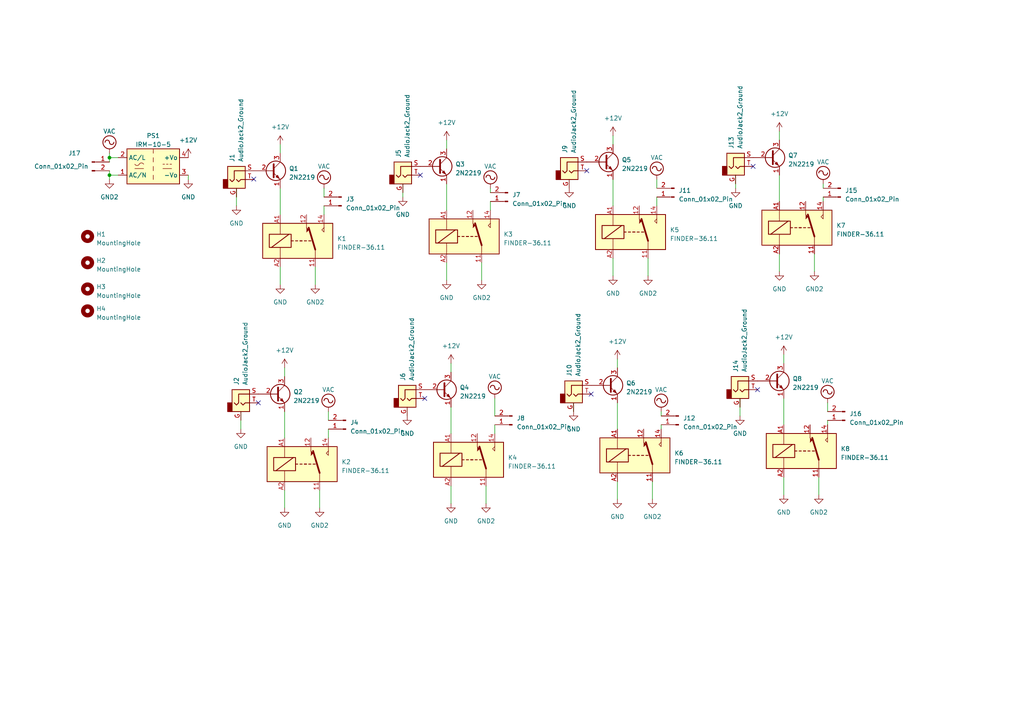
<source format=kicad_sch>
(kicad_sch (version 20230121) (generator eeschema)
  (paper "A4")
  (lib_symbols
    (symbol "Connector:Conn_01x02_Pin" (pin_names (offset 1.016) hide)
      (property "Reference" "J" (at 0 2.54 0))
      (property "Value" "Conn_01x02_Pin" (at 0 -5.08 0))
      (symbol "Conn_01x02_Pin_1_1"
        (polyline (pts (xy 1.27 -2.54) (xy 0.8636 -2.54)) (stroke (width 0.1524)))
        (polyline (pts (xy 1.27 0) (xy 0.8636 0)) (stroke (width 0.1524)))
        (rectangle (start 0.8636 -2.413) (end 0 -2.667) (stroke (width 0.1524)) (fill (type outline)))
        (rectangle (start 0.8636 0.127) (end 0 -0.127) (stroke (width 0.1524)) (fill (type outline)))
        (pin passive line (at 5.08 0 180) (length 3.81) (name "Pin_1") (number "1"))
        (pin passive line (at 5.08 -2.54 180) (length 3.81) (name "Pin_2") (number "2"))
      )
    )
    (symbol "Connector_Audio:AudioJack2_Ground"
      (property "Reference" "J" (at 0 8.89 0))
      (property "Value" "AudioJack2_Ground" (at 0 6.35 0))
      (symbol "AudioJack2_Ground_0_1"
        (rectangle (start -2.54 -2.54) (end -3.81 0) (stroke (width 0.254)) (fill (type outline)))
        (polyline (pts (xy 0 0) (xy 0.635 -0.635) (xy 1.27 0) (xy 2.54 0)) (stroke (width 0.254)))
        (polyline (pts (xy 2.54 2.54) (xy -0.635 2.54) (xy -0.635 0) (xy -1.27 -0.635) (xy -1.905 0)) (stroke (width 0.254)))
        (rectangle (start 2.54 3.81) (end -2.54 -2.54) (stroke (width 0.254)) (fill (type background)))
      )
      (symbol "AudioJack2_Ground_1_1"
        (pin passive line (at 0 -5.08 90) (length 2.54) (name "~") (number "G"))
        (pin passive line (at 5.08 2.54 180) (length 2.54) (name "~") (number "S"))
        (pin passive line (at 5.08 0 180) (length 2.54) (name "~") (number "T"))
      )
    )
    (symbol "Converter_ACDC:IRM-10-5"
      (property "Reference" "PS" (at 0 6.35 0))
      (property "Value" "IRM-10-5" (at 0 -6.35 0))
      (symbol "IRM-10-5_0_1"
        (rectangle (start -7.62 5.08) (end 7.62 -5.08) (stroke (width 0.254)) (fill (type background)))
        (arc (start -5.334 0.635) (mid -4.699 0.2495) (end -4.064 0.635))
        (arc (start -2.794 0.635) (mid -3.429 1.0072) (end -4.064 0.635))
        (polyline (pts (xy -5.334 -0.635) (xy -2.794 -0.635)))
        (polyline (pts (xy 0 -2.54) (xy 0 -3.81)))
        (polyline (pts (xy 0 0) (xy 0 -1.27)))
        (polyline (pts (xy 0 2.54) (xy 0 1.27)))
        (polyline (pts (xy 0 5.08) (xy 0 3.81)))
        (polyline (pts (xy 2.794 -0.635) (xy 5.334 -0.635)))
        (polyline (pts (xy 2.794 0.635) (xy 3.302 0.635)))
        (polyline (pts (xy 3.81 0.635) (xy 4.318 0.635)))
        (polyline (pts (xy 4.826 0.635) (xy 5.334 0.635)))
      )
      (symbol "IRM-10-5_1_1"
        (pin power_in line (at -10.16 -2.54 0) (length 2.54) (name "AC/N") (number "1"))
        (pin power_in line (at -10.16 2.54 0) (length 2.54) (name "AC/L") (number "2"))
        (pin power_out line (at 10.16 -2.54 180) (length 2.54) (name "-Vo") (number "3"))
        (pin power_out line (at 10.16 2.54 180) (length 2.54) (name "+Vo") (number "4"))
      )
    )
    (symbol "Mechanical:MountingHole" (pin_names (offset 1.016))
      (property "Reference" "H" (at 0 5.08 0))
      (property "Value" "MountingHole" (at 0 3.175 0))
      (symbol "MountingHole_0_1"
        (circle (center 0 0) (radius 1.27) (stroke (width 1.27)))
      )
    )
    (symbol "Relay:FINDER-36.11"
      (property "Reference" "K" (at 11.43 3.81 0))
      (property "Value" "FINDER-36.11" (at 11.43 1.27 0))
      (symbol "FINDER-36.11_0_0"
        (polyline (pts (xy 2.54 3.81) (xy 2.54 5.08)))
        (polyline (pts (xy 7.62 3.81) (xy 7.62 5.08)))
        (polyline (pts (xy 7.62 3.81) (xy 7.62 2.54) (xy 6.985 3.175) (xy 7.62 3.81)))
      )
      (symbol "FINDER-36.11_0_1"
        (rectangle (start -10.16 5.08) (end 10.16 -5.08) (stroke (width 0.254)) (fill (type background)))
        (rectangle (start -8.255 1.905) (end -1.905 -1.905) (stroke (width 0.254)))
        (polyline (pts (xy -7.62 -1.905) (xy -2.54 1.905)) (stroke (width 0.254)))
        (polyline (pts (xy -5.08 -5.08) (xy -5.08 -1.905)))
        (polyline (pts (xy -5.08 5.08) (xy -5.08 1.905)))
        (polyline (pts (xy -1.905 0) (xy -1.27 0)) (stroke (width 0.254)))
        (polyline (pts (xy -0.635 0) (xy 0 0)) (stroke (width 0.254)))
        (polyline (pts (xy 0.635 0) (xy 1.27 0)) (stroke (width 0.254)))
        (polyline (pts (xy 0.635 0) (xy 1.27 0)) (stroke (width 0.254)))
        (polyline (pts (xy 1.905 0) (xy 2.54 0)) (stroke (width 0.254)))
        (polyline (pts (xy 3.175 0) (xy 3.81 0)) (stroke (width 0.254)))
        (polyline (pts (xy 5.08 -2.54) (xy 3.175 3.81)) (stroke (width 0.508)))
        (polyline (pts (xy 5.08 -2.54) (xy 5.08 -5.08)))
        (polyline (pts (xy 2.54 2.54) (xy 3.175 3.175) (xy 2.54 3.81)) (fill (type outline)))
      )
      (symbol "FINDER-36.11_1_1"
        (pin passive line (at 5.08 -7.62 90) (length 2.54) (name "~") (number "11"))
        (pin passive line (at 2.54 7.62 270) (length 2.54) (name "~") (number "12"))
        (pin passive line (at 7.62 7.62 270) (length 2.54) (name "~") (number "14"))
        (pin passive line (at -5.08 7.62 270) (length 2.54) (name "~") (number "A1"))
        (pin passive line (at -5.08 -7.62 90) (length 2.54) (name "~") (number "A2"))
      )
    )
    (symbol "Transistor_BJT:2N2219" (pin_names (offset 0) hide)
      (property "Reference" "Q" (at 5.08 1.905 0))
      (property "Value" "2N2219" (at 5.08 0 0))
      (symbol "2N2219_0_1"
        (polyline (pts (xy 0.635 0.635) (xy 2.54 2.54)))
        (polyline (pts (xy 0.635 -0.635) (xy 2.54 -2.54) (xy 2.54 -2.54)))
        (polyline (pts (xy 0.635 1.905) (xy 0.635 -1.905) (xy 0.635 -1.905)) (stroke (width 0.508)))
        (polyline (pts (xy 1.27 -1.778) (xy 1.778 -1.27) (xy 2.286 -2.286) (xy 1.27 -1.778) (xy 1.27 -1.778)) (fill (type outline)))
        (circle (center 1.27 0) (radius 2.8194) (stroke (width 0.254)))
      )
      (symbol "2N2219_1_1"
        (pin passive line (at 2.54 -5.08 90) (length 2.54) (name "E") (number "1"))
        (pin passive line (at -5.08 0 0) (length 5.715) (name "B") (number "2"))
        (pin passive line (at 2.54 5.08 270) (length 2.54) (name "C") (number "3"))
      )
    )
    (symbol "power:+12V" (power) (pin_names (offset 0))
      (property "Value" "+12V" (at 0 3.556 0))
      (symbol "+12V_0_1"
        (polyline (pts (xy -0.762 1.27) (xy 0 2.54)))
        (polyline (pts (xy 0 0) (xy 0 2.54)))
        (polyline (pts (xy 0 2.54) (xy 0.762 1.27)))
      )
      (symbol "+12V_1_1"
        (pin power_in line (at 0 0 90) (length 0) hide (name "+12V") (number "1"))
      )
    )
    (symbol "power:GND" (power) (pin_names (offset 0))
      (property "Value" "GND" (at 0 -3.81 0))
      (symbol "GND_0_1"
        (polyline (pts (xy 0 0) (xy 0 -1.27) (xy 1.27 -1.27) (xy 0 -2.54) (xy -1.27 -1.27) (xy 0 -1.27)))
      )
      (symbol "GND_1_1"
        (pin power_in line (at 0 0 270) (length 0) hide (name "GND") (number "1"))
      )
    )
    (symbol "power:GND2" (power) (pin_names (offset 0))
      (property "Value" "GND2" (at 0 -3.81 0))
      (symbol "GND2_0_1"
        (polyline (pts (xy 0 0) (xy 0 -1.27) (xy 1.27 -1.27) (xy 0 -2.54) (xy -1.27 -1.27) (xy 0 -1.27)))
      )
      (symbol "GND2_1_1"
        (pin power_in line (at 0 0 270) (length 0) hide (name "GND2") (number "1"))
      )
    )
    (symbol "power:VAC" (power) (pin_names (offset 0))
      (property "Value" "VAC" (at 0 6.35 0))
      (symbol "VAC_0_1"
        (polyline (pts (xy 0 0) (xy 0 1.27)))
        (arc (start 0 3.175) (mid -0.635 3.8073) (end -1.27 3.175) (stroke (width 0.254)))
        (arc (start 0 3.175) (mid 0.635 2.5427) (end 1.27 3.175) (stroke (width 0.254)))
        (circle (center 0 3.175) (radius 1.905) (stroke (width 0.254)))
      )
      (symbol "VAC_1_1"
        (pin power_in line (at 0 0 90) (length 0) hide (name "VAC") (number "1"))
      )
    )
  )
  (junction (at 31.75 45.72))
  (junction (at 31.75 50.8))
  (no_connect (at 170.18 49.53))
  (no_connect (at 218.44 48.26))
  (no_connect (at 73.6081 51.9402))
  (no_connect (at 121.92 50.8))
  (no_connect (at 219.71 113.03))
  (no_connect (at 74.93 116.84))
  (no_connect (at 123.19 115.57))
  (no_connect (at 171.45 114.3))
  (wire (pts (xy 227.33 102.87) (xy 227.33 105.41)))
  (wire (pts (xy 82.55 119.38) (xy 82.55 127)))
  (wire (pts (xy 191.77 119.38) (xy 191.77 120.65)))
  (wire (pts (xy 226.06 50.8) (xy 226.06 58.42)))
  (wire (pts (xy 142.24 54.61) (xy 142.24 55.88)))
  (wire (pts (xy 34.29 50.8) (xy 31.75 50.8)))
  (wire (pts (xy 166.37 116.84) (xy 166.37 119.38)))
  (wire (pts (xy 139.7 76.2) (xy 139.7 81.28)))
  (wire (pts (xy 240.03 121.92) (xy 240.03 123.19)))
  (wire (pts (xy 54.61 50.8) (xy 54.61 52.07)))
  (wire (pts (xy 143.51 123.19) (xy 143.51 125.73)))
  (wire (pts (xy 240.03 116.84) (xy 240.03 119.38)))
  (wire (pts (xy 95.25 124.46) (xy 95.25 127)))
  (wire (pts (xy 81.28 54.61) (xy 81.28 62.23)))
  (wire (pts (xy 238.76 53.34) (xy 238.76 54.61)))
  (wire (pts (xy 177.8 39.37) (xy 177.8 41.91)))
  (wire (pts (xy 177.8 52.07) (xy 177.8 59.69)))
  (wire (pts (xy 31.75 44.45) (xy 31.75 45.72)))
  (wire (pts (xy 92.71 142.24) (xy 92.71 147.32)))
  (wire (pts (xy 226.06 38.1) (xy 226.06 40.64)))
  (wire (pts (xy 31.75 50.8) (xy 31.75 52.07)))
  (wire (pts (xy 179.07 104.14) (xy 179.07 106.68)))
  (wire (pts (xy 143.51 115.57) (xy 143.51 120.65)))
  (wire (pts (xy 236.22 73.66) (xy 236.22 78.74)))
  (wire (pts (xy 213.36 50.8) (xy 213.36 54.61)))
  (wire (pts (xy 226.06 78.74) (xy 226.06 73.66)))
  (wire (pts (xy 238.76 57.15) (xy 238.76 58.42)))
  (wire (pts (xy 95.25 119.38) (xy 95.25 121.92)))
  (wire (pts (xy 214.63 115.57) (xy 214.63 120.65)))
  (wire (pts (xy 81.28 41.91) (xy 81.28 44.45)))
  (wire (pts (xy 116.84 53.34) (xy 116.84 57.15)))
  (wire (pts (xy 187.96 74.93) (xy 187.96 80.01)))
  (wire (pts (xy 191.77 123.19) (xy 191.77 124.46)))
  (wire (pts (xy 165.1 52.07) (xy 165.1 54.61)))
  (wire (pts (xy 81.28 82.55) (xy 81.28 77.47)))
  (wire (pts (xy 93.98 59.69) (xy 93.98 62.23)))
  (wire (pts (xy 129.54 40.64) (xy 129.54 43.18)))
  (wire (pts (xy 227.33 115.57) (xy 227.33 123.19)))
  (wire (pts (xy 142.24 58.42) (xy 142.24 60.96)))
  (wire (pts (xy 31.75 45.72) (xy 31.75 46.99)))
  (wire (pts (xy 69.85 119.38) (xy 69.85 124.46)))
  (wire (pts (xy 179.07 116.84) (xy 179.07 124.46)))
  (wire (pts (xy 93.98 54.61) (xy 93.98 57.15)))
  (wire (pts (xy 118.11 118.11) (xy 118.11 120.65)))
  (wire (pts (xy 140.97 140.97) (xy 140.97 146.05)))
  (wire (pts (xy 237.49 138.43) (xy 237.49 143.51)))
  (wire (pts (xy 227.33 143.51) (xy 227.33 138.43)))
  (wire (pts (xy 190.5 57.15) (xy 190.5 59.69)))
  (wire (pts (xy 129.54 81.28) (xy 129.54 76.2)))
  (wire (pts (xy 82.55 106.68) (xy 82.55 109.22)))
  (wire (pts (xy 130.81 118.11) (xy 130.81 125.73)))
  (wire (pts (xy 130.81 146.05) (xy 130.81 140.97)))
  (wire (pts (xy 130.81 105.41) (xy 130.81 107.95)))
  (wire (pts (xy 31.75 49.53) (xy 31.75 50.8)))
  (wire (pts (xy 91.44 77.47) (xy 91.44 82.55)))
  (wire (pts (xy 82.55 147.32) (xy 82.55 142.24)))
  (wire (pts (xy 190.5 52.07) (xy 190.5 54.61)))
  (wire (pts (xy 68.58 54.61) (xy 68.58 59.69)))
  (wire (pts (xy 179.07 144.78) (xy 179.07 139.7)))
  (wire (pts (xy 129.54 53.34) (xy 129.54 60.96)))
  (wire (pts (xy 31.75 45.72) (xy 34.29 45.72)))
  (wire (pts (xy 189.23 139.7) (xy 189.23 144.78)))
  (wire (pts (xy 177.8 80.01) (xy 177.8 74.93)))
  (symbol (lib_id "Connector:Conn_01x02_Pin") (at 196.85 123.19 180) (unit 1)
    (property "Reference" "J12" (at 198.12 121.285 0) (effects (justify right)))
    (property "Value" "Conn_01x02_Pin" (at 198.12 123.825 0) (effects (justify right)))
    (property "Footprint" "MidiToLight:Connector" (effects hide))
  )
  (symbol (lib_id "power:VAC") (at 142.24 54.61 0) (unit 1)
    (property "Reference" "#PWR023" (effects hide))
    (property "Value" "VAC" (at 142.24 48.26 0))
  )
  (symbol (lib_id "power:GND") (at 213.36 54.61 0) (unit 1)
    (property "Reference" "#PWR035" (effects hide))
    (property "Value" "GND" (at 213.36 59.69 0))
  )
  (symbol (lib_id "power:GND") (at 81.28 82.55 0) (unit 1)
    (property "Reference" "#PWR08" (effects hide))
    (property "Value" "GND" (at 81.28 87.63 0))
  )
  (symbol (lib_id "Connector_Audio:AudioJack2_Ground") (at 116.84 50.8 0) (unit 1)
    (property "Reference" "J5" (at 115.57 45.72 90) (effects (justify left)))
    (property "Value" "AudioJack2_Ground" (at 118.11 45.72 90) (effects (justify left)))
    (property "Footprint" "MidiToLight:klinke" (effects hide))
  )
  (symbol (lib_id "power:GND") (at 179.07 144.78 0) (unit 1)
    (property "Reference" "#PWR030" (effects hide))
    (property "Value" "GND" (at 179.07 149.86 0))
  )
  (symbol (lib_id "power:+12V") (at 54.61 45.72 0) (unit 1)
    (property "Reference" "#PWR03" (effects hide))
    (property "Value" "+12V" (at 54.61 40.64 0))
  )
  (symbol (lib_id "Relay:FINDER-36.11") (at 135.89 133.35 0) (unit 1)
    (property "Reference" "K4" (at 147.32 132.715 0) (effects (justify left)))
    (property "Value" "FINDER-36.11" (at 147.32 135.255 0) (effects (justify left)))
    (property "Footprint" "MidiToLight:Relay_SPDT_Finder_36.11" (effects hide))
    (property "Datasheet" "https://gfinder.findernet.com/public/attachments/36/EN/S36EN.pdf" (effects hide))
  )
  (symbol (lib_id "power:GND") (at 177.8 80.01 0) (unit 1)
    (property "Reference" "#PWR028" (effects hide))
    (property "Value" "GND" (at 177.8 85.09 0))
  )
  (symbol (lib_id "power:GND2") (at 237.49 143.51 0) (unit 1)
    (property "Reference" "#PWR042" (effects hide))
    (property "Value" "GND2" (at 237.49 148.59 0))
  )
  (symbol (lib_id "Transistor_BJT:2N2219") (at 80.01 114.3 0) (unit 1)
    (property "Reference" "Q2" (at 85.09 113.665 0) (effects (justify left)))
    (property "Value" "2N2219" (at 85.09 116.205 0) (effects (justify left)))
    (property "Footprint" "MidiToLight:Transistor" (effects hide))
    (property "Datasheet" "http://www.onsemi.com/pub_link/Collateral/2N2219-D.PDF" (effects hide))
  )
  (symbol (lib_id "power:+12V") (at 226.06 38.1 0) (unit 1)
    (property "Reference" "#PWR037" (effects hide))
    (property "Value" "+12V" (at 226.06 33.02 0))
  )
  (symbol (lib_id "power:+12V") (at 129.54 40.64 0) (unit 1)
    (property "Reference" "#PWR017" (effects hide))
    (property "Value" "+12V" (at 129.54 35.56 0))
  )
  (symbol (lib_id "Connector:Conn_01x02_Pin") (at 147.32 58.42 180) (unit 1)
    (property "Reference" "J7" (at 148.59 56.515 0) (effects (justify right)))
    (property "Value" "Conn_01x02_Pin" (at 148.59 59.055 0) (effects (justify right)))
    (property "Footprint" "MidiToLight:Connector" (effects hide))
  )
  (symbol (lib_id "Transistor_BJT:2N2219") (at 224.79 110.49 0) (unit 1)
    (property "Reference" "Q8" (at 229.87 109.855 0) (effects (justify left)))
    (property "Value" "2N2219" (at 229.87 112.395 0) (effects (justify left)))
    (property "Footprint" "MidiToLight:Transistor" (effects hide))
    (property "Datasheet" "http://www.onsemi.com/pub_link/Collateral/2N2219-D.PDF" (effects hide))
  )
  (symbol (lib_id "power:GND2") (at 189.23 144.78 0) (unit 1)
    (property "Reference" "#PWR032" (effects hide))
    (property "Value" "GND2" (at 189.23 149.86 0))
  )
  (symbol (lib_id "Connector_Audio:AudioJack2_Ground") (at 165.1 49.53 0) (unit 1)
    (property "Reference" "J9" (at 163.83 44.45 90) (effects (justify left)))
    (property "Value" "AudioJack2_Ground" (at 166.37 44.45 90) (effects (justify left)))
    (property "Footprint" "MidiToLight:klinke" (effects hide))
  )
  (symbol (lib_id "power:+12V") (at 82.55 106.68 0) (unit 1)
    (property "Reference" "#PWR09" (effects hide))
    (property "Value" "+12V" (at 82.55 101.6 0))
  )
  (symbol (lib_id "power:VAC") (at 190.5 52.07 0) (unit 1)
    (property "Reference" "#PWR033" (effects hide))
    (property "Value" "VAC" (at 190.5 45.72 0))
  )
  (symbol (lib_id "Relay:FINDER-36.11") (at 232.41 130.81 0) (unit 1)
    (property "Reference" "K8" (at 243.84 130.175 0) (effects (justify left)))
    (property "Value" "FINDER-36.11" (at 243.84 132.715 0) (effects (justify left)))
    (property "Footprint" "MidiToLight:Relay_SPDT_Finder_36.11" (effects hide))
    (property "Datasheet" "https://gfinder.findernet.com/public/attachments/36/EN/S36EN.pdf" (effects hide))
  )
  (symbol (lib_id "power:GND") (at 54.61 52.07 0) (unit 1)
    (property "Reference" "#PWR04" (effects hide))
    (property "Value" "GND" (at 54.61 57.15 0))
  )
  (symbol (lib_id "power:GND2") (at 91.44 82.55 0) (unit 1)
    (property "Reference" "#PWR011" (effects hide))
    (property "Value" "GND2" (at 91.44 87.63 0))
  )
  (symbol (lib_id "Connector:Conn_01x02_Pin") (at 243.84 57.15 180) (unit 1)
    (property "Reference" "J15" (at 245.11 55.245 0) (effects (justify right)))
    (property "Value" "Conn_01x02_Pin" (at 245.11 57.785 0) (effects (justify right)))
    (property "Footprint" "MidiToLight:Connector" (effects hide))
  )
  (symbol (lib_id "power:GND") (at 129.54 81.28 0) (unit 1)
    (property "Reference" "#PWR018" (effects hide))
    (property "Value" "GND" (at 129.54 86.36 0))
  )
  (symbol (lib_id "power:GND") (at 82.55 147.32 0) (unit 1)
    (property "Reference" "#PWR010" (effects hide))
    (property "Value" "GND" (at 82.55 152.4 0))
  )
  (symbol (lib_id "Connector_Audio:AudioJack2_Ground") (at 69.85 116.84 0) (unit 1)
    (property "Reference" "J2" (at 68.58 111.76 90) (effects (justify left)))
    (property "Value" "AudioJack2_Ground" (at 71.12 111.76 90) (effects (justify left)))
    (property "Footprint" "MidiToLight:klinke" (effects hide))
  )
  (symbol (lib_id "power:GND") (at 165.1 54.61 0) (unit 1)
    (property "Reference" "#PWR025" (effects hide))
    (property "Value" "GND" (at 165.1 59.69 0))
  )
  (symbol (lib_id "power:GND") (at 227.33 143.51 0) (unit 1)
    (property "Reference" "#PWR040" (effects hide))
    (property "Value" "GND" (at 227.33 148.59 0))
  )
  (symbol (lib_id "power:+12V") (at 179.07 104.14 0) (unit 1)
    (property "Reference" "#PWR029" (effects hide))
    (property "Value" "+12V" (at 179.07 99.06 0))
  )
  (symbol (lib_id "power:VAC") (at 95.25 119.38 0) (unit 1)
    (property "Reference" "#PWR014" (effects hide))
    (property "Value" "VAC" (at 95.25 113.03 0))
  )
  (symbol (lib_id "power:VAC") (at 191.77 119.38 0) (unit 1)
    (property "Reference" "#PWR034" (effects hide))
    (property "Value" "VAC" (at 191.77 113.03 0))
  )
  (symbol (lib_id "Transistor_BJT:2N2219") (at 127 48.26 0) (unit 1)
    (property "Reference" "Q3" (at 132.08 47.625 0) (effects (justify left)))
    (property "Value" "2N2219" (at 132.08 50.165 0) (effects (justify left)))
    (property "Footprint" "MidiToLight:Transistor" (effects hide))
    (property "Datasheet" "http://www.onsemi.com/pub_link/Collateral/2N2219-D.PDF" (effects hide))
  )
  (symbol (lib_id "power:VAC") (at 31.75 44.45 0) (unit 1)
    (property "Reference" "#PWR01" (effects hide))
    (property "Value" "VAC" (at 31.75 38.1 0))
  )
  (symbol (lib_id "power:GND") (at 226.06 78.74 0) (unit 1)
    (property "Reference" "#PWR038" (effects hide))
    (property "Value" "GND" (at 226.06 83.82 0))
  )
  (symbol (lib_id "power:VAC") (at 93.98 54.61 0) (unit 1)
    (property "Reference" "#PWR013" (effects hide))
    (property "Value" "VAC" (at 93.98 48.26 0))
  )
  (symbol (lib_id "power:GND2") (at 187.96 80.01 0) (unit 1)
    (property "Reference" "#PWR031" (effects hide))
    (property "Value" "GND2" (at 187.96 85.09 0))
  )
  (symbol (lib_id "power:VAC") (at 240.03 116.84 0) (unit 1)
    (property "Reference" "#PWR044" (effects hide))
    (property "Value" "VAC" (at 240.03 110.49 0))
  )
  (symbol (lib_id "power:+12V") (at 177.8 39.37 0) (unit 1)
    (property "Reference" "#PWR027" (effects hide))
    (property "Value" "+12V" (at 177.8 34.29 0))
  )
  (symbol (lib_id "power:GND2") (at 236.22 78.74 0) (unit 1)
    (property "Reference" "#PWR041" (effects hide))
    (property "Value" "GND2" (at 236.22 83.82 0))
  )
  (symbol (lib_id "Connector:Conn_01x02_Pin") (at 195.58 57.15 180) (unit 1)
    (property "Reference" "J11" (at 196.85 55.245 0) (effects (justify right)))
    (property "Value" "Conn_01x02_Pin" (at 196.85 57.785 0) (effects (justify right)))
    (property "Footprint" "MidiToLight:Connector" (effects hide))
  )
  (symbol (lib_id "Relay:FINDER-36.11") (at 184.15 132.08 0) (unit 1)
    (property "Reference" "K6" (at 195.58 131.445 0) (effects (justify left)))
    (property "Value" "FINDER-36.11" (at 195.58 133.985 0) (effects (justify left)))
    (property "Footprint" "MidiToLight:Relay_SPDT_Finder_36.11" (effects hide))
    (property "Datasheet" "https://gfinder.findernet.com/public/attachments/36/EN/S36EN.pdf" (effects hide))
  )
  (symbol (lib_id "Connector:Conn_01x02_Pin") (at 99.06 59.69 180) (unit 1)
    (property "Reference" "J3" (at 100.33 57.785 0) (effects (justify right)))
    (property "Value" "Conn_01x02_Pin" (at 100.33 60.325 0) (effects (justify right)))
    (property "Footprint" "MidiToLight:Connector" (effects hide))
  )
  (symbol (lib_id "Connector:Conn_01x02_Pin") (at 26.67 46.99 0) (unit 1)
    (property "Reference" "J17" (at 21.59 44.45 0))
    (property "Value" "Conn_01x02_Pin" (at 17.78 48.26 0))
    (property "Footprint" "MidiToLight:Connector" (effects hide))
  )
  (symbol (lib_id "Converter_ACDC:IRM-10-5") (at 44.45 48.26 0) (unit 1)
    (property "Reference" "PS1" (at 44.45 39.37 0))
    (property "Value" "IRM-10-5" (at 44.45 41.91 0))
    (property "Footprint" "MidiToLight:Converter_ACDC_MeanWell_IRM-05-xx_THT" (effects hide))
    (property "Datasheet" "https://www.meanwell.com/Upload/PDF/IRM-10/IRM-10-SPEC.PDF" (effects hide))
  )
  (symbol (lib_id "power:GND2") (at 92.71 147.32 0) (unit 1)
    (property "Reference" "#PWR012" (effects hide))
    (property "Value" "GND2" (at 92.71 152.4 0))
  )
  (symbol (lib_id "Transistor_BJT:2N2219") (at 78.74 49.53 0) (unit 1)
    (property "Reference" "Q1" (at 83.82 48.895 0) (effects (justify left)))
    (property "Value" "2N2219" (at 83.82 51.435 0) (effects (justify left)))
    (property "Footprint" "MidiToLight:Transistor" (effects hide))
    (property "Datasheet" "http://www.onsemi.com/pub_link/Collateral/2N2219-D.PDF" (effects hide))
  )
  (symbol (lib_id "Mechanical:MountingHole") (at 25.4 83.82 0) (unit 1)
    (property "Reference" "H3" (at 27.94 83.185 0) (effects (justify left)))
    (property "Value" "MountingHole" (at 27.94 85.725 0) (effects (justify left)))
    (property "Footprint" "MountingHole:MountingHole_3mm" (effects hide))
  )
  (symbol (lib_id "power:GND") (at 69.85 124.46 0) (unit 1)
    (property "Reference" "#PWR06" (effects hide))
    (property "Value" "GND" (at 69.85 129.54 0))
  )
  (symbol (lib_id "power:GND") (at 166.37 119.38 0) (unit 1)
    (property "Reference" "#PWR026" (effects hide))
    (property "Value" "GND" (at 166.37 124.46 0))
  )
  (symbol (lib_id "power:GND2") (at 139.7 81.28 0) (unit 1)
    (property "Reference" "#PWR021" (effects hide))
    (property "Value" "GND2" (at 139.7 86.36 0))
  )
  (symbol (lib_id "Transistor_BJT:2N2219") (at 223.52 45.72 0) (unit 1)
    (property "Reference" "Q7" (at 228.6 45.085 0) (effects (justify left)))
    (property "Value" "2N2219" (at 228.6 47.625 0) (effects (justify left)))
    (property "Footprint" "MidiToLight:Transistor" (effects hide))
    (property "Datasheet" "http://www.onsemi.com/pub_link/Collateral/2N2219-D.PDF" (effects hide))
  )
  (symbol (lib_id "power:GND") (at 68.58 59.69 0) (unit 1)
    (property "Reference" "#PWR05" (effects hide))
    (property "Value" "GND" (at 68.58 64.77 0))
  )
  (symbol (lib_id "power:GND") (at 214.63 120.65 0) (unit 1)
    (property "Reference" "#PWR036" (effects hide))
    (property "Value" "GND" (at 214.63 125.73 0))
  )
  (symbol (lib_id "Connector:Conn_01x02_Pin") (at 148.59 123.19 180) (unit 1)
    (property "Reference" "J8" (at 149.86 121.285 0) (effects (justify right)))
    (property "Value" "Conn_01x02_Pin" (at 149.86 123.825 0) (effects (justify right)))
    (property "Footprint" "MidiToLight:Connector" (effects hide))
  )
  (symbol (lib_id "power:VAC") (at 143.51 115.57 0) (unit 1)
    (property "Reference" "#PWR024" (effects hide))
    (property "Value" "VAC" (at 143.51 109.22 0))
  )
  (symbol (lib_id "Connector_Audio:AudioJack2_Ground") (at 213.36 48.26 0) (unit 1)
    (property "Reference" "J13" (at 212.09 43.18 90) (effects (justify left)))
    (property "Value" "AudioJack2_Ground" (at 214.63 43.18 90) (effects (justify left)))
    (property "Footprint" "MidiToLight:klinke" (effects hide))
  )
  (symbol (lib_id "Mechanical:MountingHole") (at 25.4 76.2 0) (unit 1)
    (property "Reference" "H2" (at 27.94 75.565 0) (effects (justify left)))
    (property "Value" "MountingHole" (at 27.94 78.105 0) (effects (justify left)))
    (property "Footprint" "MountingHole:MountingHole_3mm" (effects hide))
  )
  (symbol (lib_id "power:GND") (at 130.81 146.05 0) (unit 1)
    (property "Reference" "#PWR020" (effects hide))
    (property "Value" "GND" (at 130.81 151.13 0))
  )
  (symbol (lib_id "power:GND") (at 116.84 57.15 0) (unit 1)
    (property "Reference" "#PWR015" (effects hide))
    (property "Value" "GND" (at 116.84 62.23 0))
  )
  (symbol (lib_id "power:GND") (at 118.11 120.65 0) (unit 1)
    (property "Reference" "#PWR016" (effects hide))
    (property "Value" "GND" (at 118.11 125.73 0))
  )
  (symbol (lib_id "Connector_Audio:AudioJack2_Ground") (at 118.11 115.57 0) (unit 1)
    (property "Reference" "J6" (at 116.84 110.49 90) (effects (justify left)))
    (property "Value" "AudioJack2_Ground" (at 119.38 110.49 90) (effects (justify left)))
    (property "Footprint" "MidiToLight:klinke" (effects hide))
  )
  (symbol (lib_id "Relay:FINDER-36.11") (at 231.14 66.04 0) (unit 1)
    (property "Reference" "K7" (at 242.57 65.405 0) (effects (justify left)))
    (property "Value" "FINDER-36.11" (at 242.57 67.945 0) (effects (justify left)))
    (property "Footprint" "MidiToLight:Relay_SPDT_Finder_36.11" (effects hide))
    (property "Datasheet" "https://gfinder.findernet.com/public/attachments/36/EN/S36EN.pdf" (effects hide))
  )
  (symbol (lib_id "Relay:FINDER-36.11") (at 182.88 67.31 0) (unit 1)
    (property "Reference" "K5" (at 194.31 66.675 0) (effects (justify left)))
    (property "Value" "FINDER-36.11" (at 194.31 69.215 0) (effects (justify left)))
    (property "Footprint" "MidiToLight:Relay_SPDT_Finder_36.11" (effects hide))
    (property "Datasheet" "https://gfinder.findernet.com/public/attachments/36/EN/S36EN.pdf" (effects hide))
  )
  (symbol (lib_id "power:GND2") (at 31.75 52.07 0) (unit 1)
    (property "Reference" "#PWR02" (effects hide))
    (property "Value" "GND2" (at 31.75 57.15 0))
  )
  (symbol (lib_id "Relay:FINDER-36.11") (at 86.36 69.85 0) (unit 1)
    (property "Reference" "K1" (at 97.79 69.215 0) (effects (justify left)))
    (property "Value" "FINDER-36.11" (at 97.79 71.755 0) (effects (justify left)))
    (property "Footprint" "MidiToLight:Relay_SPDT_Finder_36.11" (effects hide))
    (property "Datasheet" "https://gfinder.findernet.com/public/attachments/36/EN/S36EN.pdf" (effects hide))
  )
  (symbol (lib_id "Relay:FINDER-36.11") (at 134.62 68.58 0) (unit 1)
    (property "Reference" "K3" (at 146.05 67.945 0) (effects (justify left)))
    (property "Value" "FINDER-36.11" (at 146.05 70.485 0) (effects (justify left)))
    (property "Footprint" "MidiToLight:Relay_SPDT_Finder_36.11" (effects hide))
    (property "Datasheet" "https://gfinder.findernet.com/public/attachments/36/EN/S36EN.pdf" (effects hide))
  )
  (symbol (lib_id "power:VAC") (at 238.76 53.34 0) (unit 1)
    (property "Reference" "#PWR043" (effects hide))
    (property "Value" "VAC" (at 238.76 46.99 0))
  )
  (symbol (lib_id "Connector_Audio:AudioJack2_Ground") (at 68.58 52.07 0) (unit 1)
    (property "Reference" "J1" (at 67.31 46.99 90) (effects (justify left)))
    (property "Value" "AudioJack2_Ground" (at 69.85 46.99 90) (effects (justify left)))
    (property "Footprint" "MidiToLight:klinke" (effects hide))
  )
  (symbol (lib_id "Transistor_BJT:2N2219") (at 176.53 111.76 0) (unit 1)
    (property "Reference" "Q6" (at 181.61 111.125 0) (effects (justify left)))
    (property "Value" "2N2219" (at 181.61 113.665 0) (effects (justify left)))
    (property "Footprint" "MidiToLight:Transistor" (effects hide))
    (property "Datasheet" "http://www.onsemi.com/pub_link/Collateral/2N2219-D.PDF" (effects hide))
  )
  (symbol (lib_id "Connector_Audio:AudioJack2_Ground") (at 214.63 113.03 0) (unit 1)
    (property "Reference" "J14" (at 213.36 107.95 90) (effects (justify left)))
    (property "Value" "AudioJack2_Ground" (at 215.9 107.95 90) (effects (justify left)))
    (property "Footprint" "MidiToLight:klinke" (effects hide))
  )
  (symbol (lib_id "power:+12V") (at 81.28 41.91 0) (unit 1)
    (property "Reference" "#PWR07" (effects hide))
    (property "Value" "+12V" (at 81.28 36.83 0))
  )
  (symbol (lib_id "power:GND2") (at 140.97 146.05 0) (unit 1)
    (property "Reference" "#PWR022" (effects hide))
    (property "Value" "GND2" (at 140.97 151.13 0))
  )
  (symbol (lib_id "Transistor_BJT:2N2219") (at 128.27 113.03 0) (unit 1)
    (property "Reference" "Q4" (at 133.35 112.395 0) (effects (justify left)))
    (property "Value" "2N2219" (at 133.35 114.935 0) (effects (justify left)))
    (property "Footprint" "MidiToLight:Transistor" (effects hide))
    (property "Datasheet" "http://www.onsemi.com/pub_link/Collateral/2N2219-D.PDF" (effects hide))
  )
  (symbol (lib_id "power:+12V") (at 130.81 105.41 0) (unit 1)
    (property "Reference" "#PWR019" (effects hide))
    (property "Value" "+12V" (at 130.81 100.33 0))
  )
  (symbol (lib_id "Mechanical:MountingHole") (at 25.4 68.58 0) (unit 1)
    (property "Reference" "H1" (at 27.94 67.945 0) (effects (justify left)))
    (property "Value" "MountingHole" (at 27.94 70.485 0) (effects (justify left)))
    (property "Footprint" "MountingHole:MountingHole_3mm" (effects hide))
  )
  (symbol (lib_id "power:+12V") (at 227.33 102.87 0) (unit 1)
    (property "Reference" "#PWR039" (effects hide))
    (property "Value" "+12V" (at 227.33 97.79 0))
  )
  (symbol (lib_id "Mechanical:MountingHole") (at 25.4 90.17 0) (unit 1)
    (property "Reference" "H4" (at 27.94 89.535 0) (effects (justify left)))
    (property "Value" "MountingHole" (at 27.94 92.075 0) (effects (justify left)))
    (property "Footprint" "MountingHole:MountingHole_3mm" (effects hide))
  )
  (symbol (lib_id "Connector:Conn_01x02_Pin") (at 245.11 121.92 180) (unit 1)
    (property "Reference" "J16" (at 246.38 120.015 0) (effects (justify right)))
    (property "Value" "Conn_01x02_Pin" (at 246.38 122.555 0) (effects (justify right)))
    (property "Footprint" "MidiToLight:Connector" (effects hide))
  )
  (symbol (lib_id "Transistor_BJT:2N2219") (at 175.26 46.99 0) (unit 1)
    (property "Reference" "Q5" (at 180.34 46.355 0) (effects (justify left)))
    (property "Value" "2N2219" (at 180.34 48.895 0) (effects (justify left)))
    (property "Footprint" "MidiToLight:Transistor" (effects hide))
    (property "Datasheet" "http://www.onsemi.com/pub_link/Collateral/2N2219-D.PDF" (effects hide))
  )
  (symbol (lib_id "Connector_Audio:AudioJack2_Ground") (at 166.37 114.3 0) (unit 1)
    (property "Reference" "J10" (at 165.1 109.22 90) (effects (justify left)))
    (property "Value" "AudioJack2_Ground" (at 167.64 109.22 90) (effects (justify left)))
    (property "Footprint" "MidiToLight:klinke" (effects hide))
  )
  (symbol (lib_id "Relay:FINDER-36.11") (at 87.63 134.62 0) (unit 1)
    (property "Reference" "K2" (at 99.06 133.985 0) (effects (justify left)))
    (property "Value" "FINDER-36.11" (at 99.06 136.525 0) (effects (justify left)))
    (property "Footprint" "MidiToLight:Relay_SPDT_Finder_36.11" (effects hide))
    (property "Datasheet" "https://gfinder.findernet.com/public/attachments/36/EN/S36EN.pdf" (effects hide))
  )
  (symbol (lib_id "Connector:Conn_01x02_Pin") (at 100.33 124.46 180) (unit 1)
    (property "Reference" "J4" (at 101.6 122.555 0) (effects (justify right)))
    (property "Value" "Conn_01x02_Pin" (at 101.6 125.095 0) (effects (justify right)))
    (property "Footprint" "MidiToLight:Connector" (effects hide))
  )
)
</source>
